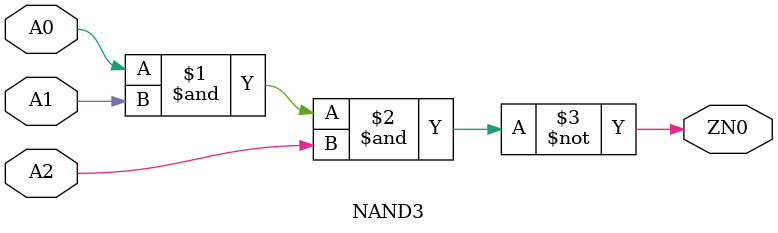
<source format=v>
module NAND3 (ZN0, A0, A1, A2);

    input  A0;
    input  A1;
    input  A2;

    output  ZN0;

    nand INST1  (ZN0, A0, A1, A2);

endmodule

</source>
